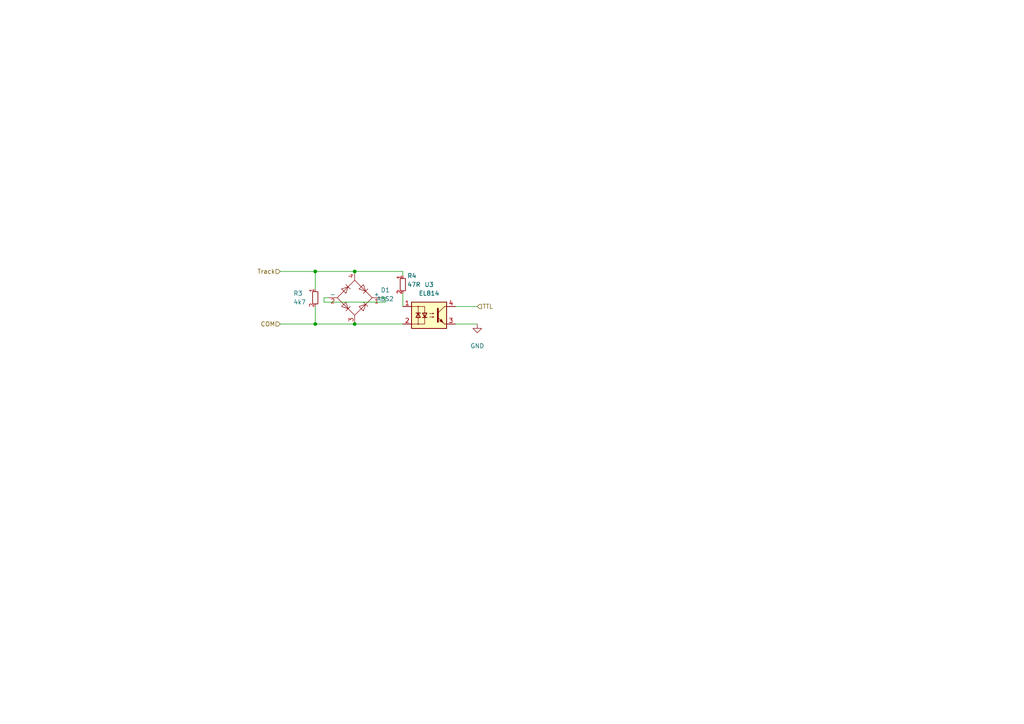
<source format=kicad_sch>
(kicad_sch (version 20231120) (generator "eeschema") (generator_version "8.0")
  (paper "A4")
  (lib_symbols
    (symbol "Diode_Bridge:ABS2" (pin_names (offset 0))
      (property "Reference" "D" (at 2.54 6.985 0))
      (property "Value" "ABS2" (at 2.54 5.08 0))
      (symbol "ABS2_0_1"
        (polyline (pts (xy -2.54 3.81) (xy -1.27 2.54)))
        (polyline (pts (xy -1.27 -2.54) (xy -2.54 -3.81)))
        (polyline (pts (xy 2.54 -1.27) (xy 3.81 -2.54)))
        (polyline (pts (xy 2.54 1.27) (xy 3.81 2.54)))
        (polyline (pts (xy -3.81 2.54) (xy -2.54 1.27) (xy -1.905 3.175) (xy -3.81 2.54)))
        (polyline (pts (xy -2.54 -1.27) (xy -3.81 -2.54) (xy -1.905 -3.175) (xy -2.54 -1.27)))
        (polyline (pts (xy 1.27 2.54) (xy 2.54 3.81) (xy 3.175 1.905) (xy 1.27 2.54)))
        (polyline (pts (xy 3.175 -1.905) (xy 1.27 -2.54) (xy 2.54 -3.81) (xy 3.175 -1.905)))
        (polyline (pts (xy -5.08 0) (xy 0 -5.08) (xy 5.08 0) (xy 0 5.08) (xy -5.08 0)))
      )
      (symbol "ABS2_1_1"
        (pin passive line (at 7.62 0 180) (length 2.54) (name "+") (number "1"))
        (pin passive line (at -7.62 0 0) (length 2.54) (name "-") (number "2"))
        (pin passive line (at 0 -7.62 90) (length 2.54) (name "~") (number "3"))
        (pin passive line (at 0 7.62 270) (length 2.54) (name "~") (number "4"))
      )
    )
    (symbol "custom_kicad_lib_sk:EL814S" (pin_names (offset 1.016))
      (property "Reference" "U" (at -5.334 4.826 0))
      (property "Value" "EL814" (at 0 5.08 0))
      (symbol "EL814S_0_1"
        (rectangle (start -5.08 3.81) (end 5.08 -3.81) (stroke (width 0.254)) (fill (type background)))
        (circle (center -3.175 -2.54) (radius 0.127))
        (circle (center -3.175 2.54) (radius 0.127))
        (polyline (pts (xy -3.81 0.635) (xy -2.54 0.635)) (stroke (width 0.254)))
        (polyline (pts (xy -3.175 -0.635) (xy -3.175 -2.54)))
        (polyline (pts (xy -3.175 0.635) (xy -3.175 -0.635)))
        (polyline (pts (xy -3.175 0.635) (xy -3.175 2.54)))
        (polyline (pts (xy -1.905 -0.635) (xy -0.635 -0.635)) (stroke (width 0.254)))
        (polyline (pts (xy -1.27 0.635) (xy -1.27 -0.635)))
        (polyline (pts (xy 2.54 0.635) (xy 4.445 2.54)))
        (polyline (pts (xy 4.445 -2.54) (xy 2.54 -0.635)) (fill (type outline)))
        (polyline (pts (xy 4.445 -2.54) (xy 5.08 -2.54)))
        (polyline (pts (xy 4.445 2.54) (xy 5.08 2.54)))
        (polyline (pts (xy -5.08 2.54) (xy -1.27 2.54) (xy -1.27 0.635)))
        (polyline (pts (xy -1.27 -0.635) (xy -1.27 -2.54) (xy -5.08 -2.54)))
        (polyline (pts (xy 2.54 1.905) (xy 2.54 -1.905) (xy 2.54 -1.905)) (stroke (width 0.508)))
        (polyline (pts (xy -3.175 0.635) (xy -3.81 -0.635) (xy -2.54 -0.635) (xy -3.175 0.635)) (stroke (width 0.254)))
        (polyline (pts (xy -1.27 -0.635) (xy -1.905 0.635) (xy -0.635 0.635) (xy -1.27 -0.635)) (stroke (width 0.254)))
        (polyline (pts (xy 0.127 -0.508) (xy 1.397 -0.508) (xy 1.016 -0.635) (xy 1.016 -0.381) (xy 1.397 -0.508)))
        (polyline (pts (xy 0.127 0.508) (xy 1.397 0.508) (xy 1.016 0.381) (xy 1.016 0.635) (xy 1.397 0.508)))
        (polyline (pts (xy 3.048 -1.651) (xy 3.556 -1.143) (xy 4.064 -2.159) (xy 3.048 -1.651) (xy 3.048 -1.651)) (fill (type outline)))
      )
      (symbol "EL814S_1_1"
        (pin passive line (at -7.62 2.54 0) (length 2.54) (name "~") (number "1"))
        (pin passive line (at -7.62 -2.54 0) (length 2.54) (name "~") (number "2"))
        (pin passive line (at 7.62 -2.54 180) (length 2.54) (name "~") (number "3"))
        (pin passive line (at 7.62 2.54 180) (length 2.54) (name "~") (number "4"))
      )
    )
    (symbol "power:GND" (power) (pin_names (offset 0))
      (property "Value" "GND" (at 0 -3.81 0))
      (symbol "GND_0_1"
        (polyline (pts (xy 0 0) (xy 0 -1.27) (xy 1.27 -1.27) (xy 0 -2.54) (xy -1.27 -1.27) (xy 0 -1.27)))
      )
      (symbol "GND_1_1"
        (pin power_in line (at 0 0 270) (length 0) hide (name "GND") (number "1"))
      )
    )
    (symbol "resistors_0603:R_47R_0603"
      (property "Reference" "R" (at 1.27 2.54 0))
      (property "Value" "47R" (at 2.54 -2.54 0))
      (symbol "R_47R_0603_0_1"
        (rectangle (start -0.762 1.778) (end 0.762 -1.778) (stroke (width 0.2032)))
      )
      (symbol "R_47R_0603_1_1"
        (pin passive line (at 0 2.54 270) (length 0.762) (name "~") (number "1"))
        (pin passive line (at 0 -2.54 90) (length 0.762) (name "~") (number "2"))
      )
    )
    (symbol "resistors_0603:R_4k7_0603"
      (property "Reference" "R" (at 1.27 2.54 0))
      (property "Value" "4k7" (at 2.54 -2.54 0))
      (symbol "R_4k7_0603_0_1"
        (rectangle (start -0.762 1.778) (end 0.762 -1.778) (stroke (width 0.2032)))
      )
      (symbol "R_4k7_0603_1_1"
        (pin passive line (at 0 2.54 270) (length 0.762) (name "~") (number "1"))
        (pin passive line (at 0 -2.54 90) (length 0.762) (name "~") (number "2"))
      )
    )
  )
  (junction (at 102.87 93.98))
  (junction (at 91.44 93.98))
  (junction (at 102.87 78.74))
  (junction (at 91.44 78.74))
  (wire (pts (xy 81.28 78.74) (xy 91.44 78.74)))
  (wire (pts (xy 132.08 88.9) (xy 138.43 88.9)))
  (wire (pts (xy 91.44 78.74) (xy 102.87 78.74)))
  (wire (pts (xy 93.98 87.63) (xy 111.76 87.63)))
  (wire (pts (xy 91.44 93.98) (xy 102.87 93.98)))
  (wire (pts (xy 91.44 88.9) (xy 91.44 93.98)))
  (wire (pts (xy 81.28 93.98) (xy 91.44 93.98)))
  (wire (pts (xy 116.84 85.09) (xy 116.84 88.9)))
  (wire (pts (xy 110.49 86.36) (xy 111.76 86.36)))
  (wire (pts (xy 102.87 93.98) (xy 116.84 93.98)))
  (wire (pts (xy 111.76 87.63) (xy 111.76 86.36)))
  (wire (pts (xy 93.98 86.36) (xy 93.98 87.63)))
  (wire (pts (xy 91.44 78.74) (xy 91.44 83.82)))
  (wire (pts (xy 132.08 93.98) (xy 138.43 93.98)))
  (wire (pts (xy 116.84 78.74) (xy 116.84 80.01)))
  (wire (pts (xy 116.84 78.74) (xy 102.87 78.74)))
  (wire (pts (xy 95.25 86.36) (xy 93.98 86.36)))
  (hierarchical_label "Track" (shape input) (at 81.28 78.74 180))
  (hierarchical_label "COM" (shape input) (at 81.28 93.98 180))
  (hierarchical_label "TTL" (shape input) (at 138.43 88.9 0))
  (symbol (lib_id "Diode_Bridge:ABS2") (at 102.87 86.36 0) (unit 1)
    (property "Reference" "D1" (at 111.76 84.1441 0))
    (property "Value" "ABS2" (at 111.76 86.6841 0))
    (property "Footprint" "Diode_SMD:Diode_Bridge_Diotec_ABS" (effects (hide yes)))
    (property "Datasheet" "https://diotec.com/tl_files/diotec/files/pdf/datasheets/abs2.pdf" (effects (hide yes)))
    (property "JLCPCB Part#" "C123897" (effects (hide yes)))
    (instances (project "occupancyDecoder_CS" (path "" (reference "D1") (unit 1)) (path "" (reference "D6") (unit 1)) (path "" (reference "D11") (unit 1)) (path "" (reference "D7") (unit 1)) (path "" (reference "D8") (unit 1)) (path "" (reference "D10") (unit 1)) (path "" (reference "D9") (unit 1)) (path "" (reference "D5") (unit 1)) (path "" (reference "D12") (unit 1)) (path "" (reference "D13") (unit 1)) (path "" (reference "D14") (unit 1)) (path "" (reference "D15") (unit 1)) (path "" (reference "D16") (unit 1)) (path "" (reference "D17") (unit 1)) (path "" (reference "D18") (unit 1)) (path "" (reference "D19") (unit 1))))
  )
  (symbol (lib_id "power:GND") (at 138.43 93.98 0) (unit 1)
    (property "Reference" "#PWR019" (effects (hide yes)))
    (property "Value" "GND" (at 138.43 100.33 0))
    (instances (project "occupancyDecoder_CS" (path "" (reference "#PWR019") (unit 1)) (path "" (reference "#PWR021") (unit 1)) (path "" (reference "#PWR034") (unit 1)) (path "" (reference "#PWR022") (unit 1)) (path "" (reference "#PWR023") (unit 1)) (path "" (reference "#PWR025") (unit 1)) (path "" (reference "#PWR024") (unit 1)) (path "" (reference "#PWR020") (unit 1)) (path "" (reference "#PWR037") (unit 1)) (path "" (reference "#PWR0101") (unit 1)) (path "" (reference "#PWR0102") (unit 1)) (path "" (reference "#PWR0103") (unit 1)) (path "" (reference "#PWR0104") (unit 1)) (path "" (reference "#PWR0105") (unit 1)) (path "" (reference "#PWR0106") (unit 1)) (path "" (reference "#PWR0107") (unit 1))))
  )
  (symbol (lib_id "resistors_0603:R_47R_0603") (at 116.84 82.55 0) (unit 1)
    (property "Reference" "R4" (at 118.11 80.01 0) (effects (justify left)))
    (property "Value" "47R" (at 118.11 82.55 0) (effects (justify left)))
    (property "Footprint" "custom_kicad_lib_sk:R_0603_smalltext" (effects (hide yes)))
    (property "JLCPCB Part#" "C23182" (effects (hide yes)))
    (instances (project "occupancyDecoder_CS" (path "" (reference "R4") (unit 1)) (path "" (reference "R9") (unit 1)) (path "" (reference "R19") (unit 1)) (path "" (reference "R11") (unit 1)) (path "" (reference "R13") (unit 1)) (path "" (reference "R17") (unit 1)) (path "" (reference "R15") (unit 1)) (path "" (reference "R7") (unit 1)) (path "" (reference "R21") (unit 1)) (path "" (reference "R29") (unit 1)) (path "" (reference "R31") (unit 1)) (path "" (reference "R33") (unit 1)) (path "" (reference "R35") (unit 1)) (path "" (reference "R37") (unit 1)) (path "" (reference "R39") (unit 1)) (path "" (reference "R41") (unit 1))))
  )
  (symbol (lib_id "custom_kicad_lib_sk:EL814S") (at 124.46 91.44 0) (unit 1)
    (property "Reference" "U3" (at 124.46 82.55 0))
    (property "Value" "EL814" (at 124.46 85.09 0))
    (property "Footprint" "Package_DIP:SMDIP-4_W9.53mm" (effects (hide yes)))
    (property "Datasheet" "http://www.everlight.com/file/ProductFile/EL814.pdf" (effects (hide yes)))
    (property "JLCPCB Part#" "C500388" (effects (hide yes)))
    (instances (project "occupancyDecoder_CS" (path "" (reference "U3") (unit 1)) (path "" (reference "U5") (unit 1)) (path "" (reference "U10") (unit 1)) (path "" (reference "U6") (unit 1)) (path "" (reference "U7") (unit 1)) (path "" (reference "U9") (unit 1)) (path "" (reference "U8") (unit 1)) (path "" (reference "U4") (unit 1)) (path "" (reference "U11") (unit 1)) (path "" (reference "U12") (unit 1)) (path "" (reference "U13") (unit 1)) (path "" (reference "U14") (unit 1)) (path "" (reference "U16") (unit 1)) (path "" (reference "U17") (unit 1)) (path "" (reference "U18") (unit 1)) (path "" (reference "U19") (unit 1))))
  )
  (symbol (lib_id "resistors_0603:R_4k7_0603") (at 91.44 86.36 0) (unit 1)
    (property "Reference" "R3" (at 85.09 85.09 0) (effects (justify left)))
    (property "Value" "4k7" (at 85.09 87.63 0) (effects (justify left)))
    (property "Footprint" "custom_kicad_lib_sk:R_0603_smalltext" (effects (hide yes)))
    (property "JLCPCB Part#" "C23162" (effects (hide yes)))
    (instances (project "occupancyDecoder_CS" (path "" (reference "R3") (unit 1)) (path "" (reference "R8") (unit 1)) (path "" (reference "R18") (unit 1)) (path "" (reference "R10") (unit 1)) (path "" (reference "R12") (unit 1)) (path "" (reference "R16") (unit 1)) (path "" (reference "R14") (unit 1)) (path "" (reference "R5") (unit 1)) (path "" (reference "R20") (unit 1)) (path "" (reference "R22") (unit 1)) (path "" (reference "R30") (unit 1)) (path "" (reference "R32") (unit 1)) (path "" (reference "R34") (unit 1)) (path "" (reference "R36") (unit 1)) (path "" (reference "R38") (unit 1)) (path "" (reference "R40") (unit 1))))
  )
)
</source>
